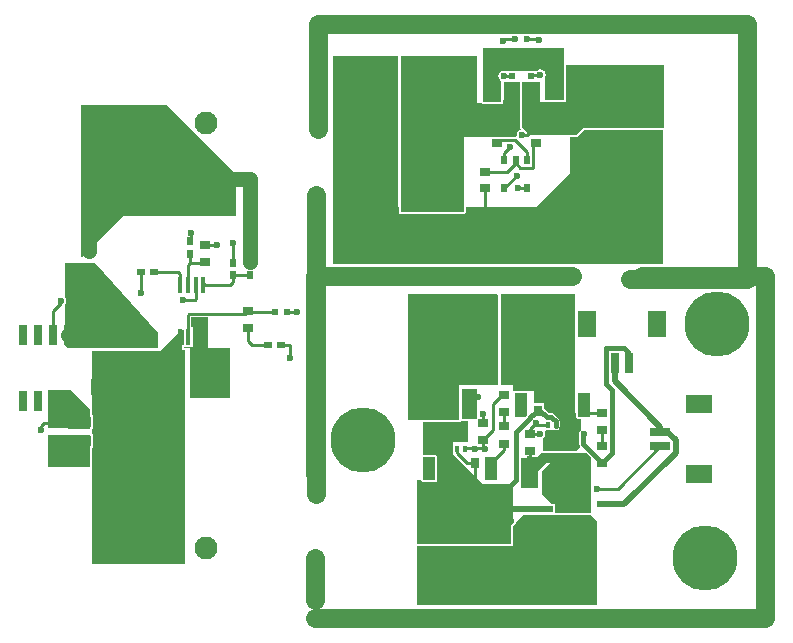
<source format=gtl>
G04*
G04 #@! TF.GenerationSoftware,Altium Limited,Altium Designer,18.1.9 (240)*
G04*
G04 Layer_Physical_Order=1*
G04 Layer_Color=255*
%FSLAX44Y44*%
%MOMM*%
G71*
G01*
G75*
%ADD10C,0.6000*%
%ADD11R,0.9000X1.2500*%
%ADD12R,0.9000X0.7500*%
%ADD13R,0.5500X0.5500*%
%ADD14R,0.9000X0.8000*%
%ADD15R,0.5500X0.8000*%
%ADD16C,0.2540*%
%ADD17R,5.5000X1.4300*%
%ADD18R,1.1000X1.7000*%
%ADD19R,0.5588X0.6604*%
%ADD20R,0.6604X0.5588*%
%ADD21R,0.4572X1.3589*%
%ADD22R,3.6000X0.9056*%
%ADD23R,0.6000X0.5000*%
%ADD24R,0.6500X1.7500*%
%ADD25R,0.4572X1.3716*%
%ADD26R,0.8000X0.9000*%
%ADD27C,1.2700*%
%ADD28R,0.5000X0.5600*%
%ADD29R,0.9000X0.7000*%
%ADD30R,0.7000X1.8000*%
%ADD31R,1.6000X2.2000*%
%ADD32R,1.8000X0.7000*%
%ADD33R,2.2000X1.6000*%
%ADD34R,0.9000X0.7000*%
%ADD35R,0.9000X0.8000*%
%ADD36R,0.3000X0.6000*%
%ADD37R,2.4000X1.6000*%
%ADD38R,1.6000X0.6000*%
%ADD39C,0.3810*%
%ADD40C,0.5080*%
%ADD41C,1.6000*%
%ADD42C,2.5400*%
%ADD43C,1.9500*%
%ADD44C,5.5000*%
G36*
X579120Y442340D02*
X562610D01*
Y461363D01*
X563061Y462039D01*
X563413Y463804D01*
X563061Y465569D01*
X562610Y466245D01*
Y467360D01*
X561621D01*
X560565Y468065D01*
X558800Y468417D01*
X557035Y468065D01*
X555979Y467360D01*
X528969D01*
X527970Y467559D01*
X526972Y467360D01*
X525780D01*
Y466924D01*
X524708Y466208D01*
X523708Y464711D01*
X523357Y462946D01*
X523708Y461181D01*
X524708Y459684D01*
X525780Y458968D01*
Y440690D01*
X510540D01*
Y486410D01*
X579120D01*
Y442340D01*
D02*
G37*
G36*
X663194Y419100D02*
X595376D01*
X589534Y413258D01*
X549656D01*
X543052Y419862D01*
X543052Y445672D01*
X543080D01*
Y456220D01*
X543052D01*
Y457843D01*
X558546D01*
Y441960D01*
X559816Y440690D01*
X580898D01*
Y472440D01*
X663194D01*
Y419100D01*
D02*
G37*
G36*
X505460Y440182D02*
X509101D01*
X509374Y439524D01*
X510540Y439040D01*
X525780D01*
X526946Y439524D01*
X527430Y440690D01*
Y442340D01*
X527970Y442880D01*
X527970Y457962D01*
X541323Y457962D01*
X541402Y457843D01*
Y456220D01*
X541430Y456152D01*
Y445740D01*
X541402Y445672D01*
X541402Y419862D01*
X541885Y418696D01*
X542323Y418259D01*
X541954Y417043D01*
X541795Y417011D01*
X540298Y416012D01*
X539299Y414515D01*
X538947Y412750D01*
X538954Y412716D01*
X537471Y411233D01*
X527994D01*
Y411274D01*
X515946D01*
Y410972D01*
X494030D01*
Y347472D01*
X440690D01*
Y480060D01*
X505460D01*
Y440182D01*
D02*
G37*
G36*
X300990Y379730D02*
Y344170D01*
X205255D01*
X170868Y309783D01*
X169695Y310269D01*
Y438150D01*
X242570D01*
X300990Y379730D01*
D02*
G37*
G36*
X438150Y351790D02*
X439040D01*
Y347472D01*
X439524Y346306D01*
X440690Y345822D01*
X494030D01*
X495196Y346306D01*
X495680Y347472D01*
Y351790D01*
X554990D01*
X584200Y381000D01*
Y411608D01*
X589534D01*
X590700Y412092D01*
X596059Y417450D01*
X662940D01*
Y304800D01*
X661745Y303605D01*
X383540D01*
Y480060D01*
X438150D01*
Y351790D01*
D02*
G37*
G36*
X234950Y245110D02*
Y232410D01*
X159191D01*
X156210Y235391D01*
Y268955D01*
X156266Y268992D01*
X157266Y270489D01*
X157617Y272254D01*
X157266Y274019D01*
X156266Y275516D01*
X156210Y275553D01*
Y304800D01*
X181610D01*
X234950Y245110D01*
D02*
G37*
G36*
X523248Y277232D02*
X523218Y201250D01*
X489600Y201250D01*
X489600Y171450D01*
X447040Y171450D01*
X447040Y278130D01*
X522350Y278130D01*
X523248Y277232D01*
D02*
G37*
G36*
X277902Y232410D02*
X295910D01*
X295910Y190500D01*
X262662Y190500D01*
X262662Y232410D01*
X257031D01*
Y233807D01*
X264492D01*
Y250571D01*
X263531D01*
Y258517D01*
X277902D01*
Y232410D01*
D02*
G37*
G36*
X547865Y194166D02*
X547865Y176086D01*
X546304Y174526D01*
X537705Y174526D01*
X537705Y194166D01*
X547865Y194166D01*
D02*
G37*
G36*
X600555D02*
X600555Y174526D01*
X590395Y174526D01*
X590395Y194166D01*
X600555Y194166D01*
D02*
G37*
G36*
X505460Y198130D02*
X505460Y172730D01*
X492140Y172730D01*
X492140Y198130D01*
X505460Y198130D01*
D02*
G37*
G36*
X497220Y152990D02*
X485140D01*
Y143250D01*
X510540Y117850D01*
X535940D01*
X535940Y84231D01*
X535794Y84012D01*
X535023Y83498D01*
X534930Y83357D01*
X534774Y83292D01*
X534590Y82848D01*
X534322Y82448D01*
X534355Y82282D01*
X534290Y82126D01*
Y78046D01*
X534395Y77793D01*
Y68252D01*
X534290Y67998D01*
Y66420D01*
X454660D01*
Y120650D01*
X458091D01*
X458574Y119484D01*
X459740Y119001D01*
X469900Y119000D01*
X471067Y119484D01*
X471550Y120650D01*
X471550Y140290D01*
X471067Y141456D01*
X469900Y141940D01*
Y142250D01*
X459740Y142250D01*
Y169800D01*
X489600Y169800D01*
X490763Y170282D01*
X490766Y170284D01*
X491866Y170766D01*
X491866Y170766D01*
X491866Y170766D01*
X497220D01*
Y152990D01*
D02*
G37*
G36*
X177800Y180640D02*
Y164744D01*
X176886Y163863D01*
X142240Y165100D01*
Y196850D01*
X161590D01*
X177800Y180640D01*
D02*
G37*
G36*
X588229Y177982D02*
X588745Y177465D01*
Y174526D01*
X589229Y173360D01*
X590395Y172876D01*
X593334Y172876D01*
X593610Y172600D01*
Y163421D01*
X592946Y162978D01*
X591946Y161481D01*
X591595Y159716D01*
X591825Y158557D01*
Y151496D01*
X592091Y150158D01*
X592781Y149125D01*
X588816Y145160D01*
X569083D01*
X568558Y145239D01*
X568494Y145223D01*
X568435Y145252D01*
X568031Y145119D01*
X567350Y145401D01*
X561340D01*
Y156179D01*
X561752Y156454D01*
X562752Y157951D01*
X563103Y159716D01*
X562752Y161481D01*
X562584Y161732D01*
X563263Y163002D01*
X568429D01*
X568429Y163002D01*
X568881D01*
Y163002D01*
X569699Y163002D01*
X574929D01*
Y165294D01*
X574985Y165378D01*
X575251Y166716D01*
Y170525D01*
X575251Y170525D01*
X574985Y171863D01*
X574929Y171947D01*
Y172050D01*
X574860D01*
X574227Y172997D01*
X574227Y172997D01*
X570798Y176427D01*
X569663Y177185D01*
X568325Y177451D01*
X565964D01*
X562379Y181036D01*
Y185630D01*
X553720D01*
Y196230D01*
X535940D01*
Y201250D01*
X525780Y201250D01*
X525780Y278130D01*
X588229Y278130D01*
Y177982D01*
D02*
G37*
G36*
X567350Y142779D02*
X568312Y143607D01*
X568960Y143510D01*
X598363D01*
X601980Y139893D01*
Y92710D01*
X571500D01*
X571500Y97790D01*
X571374Y97916D01*
Y100304D01*
X568986D01*
X560578Y108712D01*
Y128769D01*
X567350Y135542D01*
X564151D01*
X557004Y128395D01*
Y115044D01*
X556106Y114146D01*
X542265Y114146D01*
X542265Y139546D01*
X555455Y139546D01*
X559661Y143752D01*
X567350D01*
Y142779D01*
D02*
G37*
G36*
X177800Y148534D02*
X177420Y147618D01*
Y132080D01*
X142240D01*
Y158750D01*
X177800D01*
Y148534D01*
D02*
G37*
G36*
X522520Y140290D02*
X522520Y120650D01*
X512360Y120650D01*
X512360Y140290D01*
X522520Y140290D01*
D02*
G37*
G36*
X469900D02*
X469900Y120650D01*
X459740Y120650D01*
X459740Y140290D01*
X469900Y140290D01*
D02*
G37*
G36*
X256872Y247684D02*
Y235391D01*
X255864Y234973D01*
X255381Y233807D01*
Y232410D01*
X255864Y231244D01*
X257031Y230760D01*
X257810D01*
Y49530D01*
X179070D01*
Y147618D01*
X179798D01*
Y159722D01*
X179070D01*
Y163618D01*
X179798D01*
Y175722D01*
X179450D01*
Y180640D01*
X179070Y181556D01*
Y229870D01*
X237262D01*
X255602Y248210D01*
X256872Y247684D01*
D02*
G37*
G36*
X606500Y86380D02*
X606500Y64770D01*
X606500Y15315D01*
X454660D01*
Y64770D01*
X535940D01*
Y67998D01*
X536045D01*
Y78046D01*
X535940D01*
Y82126D01*
X536983Y82823D01*
X537983Y84319D01*
X538051Y84661D01*
X544290Y90900D01*
X601980Y90900D01*
X606500Y86380D01*
D02*
G37*
D10*
X547303Y494030D02*
D03*
X537651D02*
D03*
X554905Y169090D02*
D03*
X595475Y133350D02*
D03*
X570695Y181620D02*
D03*
X472440Y185430D02*
D03*
X488540Y133350D02*
D03*
X506409Y191090D02*
D03*
X503960Y147060D02*
D03*
X557717Y493014D02*
D03*
X527491Y492371D02*
D03*
X527970Y462946D02*
D03*
X558800Y463804D02*
D03*
X538784Y378460D02*
D03*
X539750Y368300D02*
D03*
X543560Y412750D02*
D03*
X533400Y402590D02*
D03*
X273050Y350520D02*
D03*
X283210D02*
D03*
X292100Y361950D02*
D03*
Y350520D02*
D03*
X283210Y361950D02*
D03*
X273050D02*
D03*
X262890Y330200D02*
D03*
X153005Y272254D02*
D03*
X256540Y273050D02*
D03*
X220980Y279400D02*
D03*
X136447Y163506D02*
D03*
X293370Y223520D02*
D03*
X168081Y139700D02*
D03*
X159191D02*
D03*
X150301D02*
D03*
X298450Y321310D02*
D03*
X285750Y223520D02*
D03*
Y213360D02*
D03*
X276860D02*
D03*
Y223520D02*
D03*
X353060Y262890D02*
D03*
X285130Y319420D02*
D03*
X347075Y223885D02*
D03*
X596207Y159716D02*
D03*
X558490D02*
D03*
X542785Y189086D02*
D03*
X464820Y125730D02*
D03*
X609600Y100330D02*
D03*
X533722Y86085D02*
D03*
X607060Y113030D02*
D03*
X501680Y181610D02*
D03*
X510540Y176530D02*
D03*
X545845Y130666D02*
D03*
X511840Y146800D02*
D03*
X549755Y138286D02*
D03*
X595475Y189086D02*
D03*
X517440Y125730D02*
D03*
D11*
X567856Y448696D02*
D03*
Y465196D02*
D03*
X518756Y448696D02*
D03*
Y465196D02*
D03*
D12*
X549556Y450946D02*
D03*
X537056D02*
D03*
D13*
X551306Y462946D02*
D03*
X535306D02*
D03*
D14*
X554990Y419750D02*
D03*
Y405750D02*
D03*
X511810Y367650D02*
D03*
Y381650D02*
D03*
X521970Y419750D02*
D03*
Y405750D02*
D03*
X311150Y249540D02*
D03*
Y263540D02*
D03*
X275362Y305420D02*
D03*
Y319420D02*
D03*
X528320Y178430D02*
D03*
Y192430D02*
D03*
X549755Y159716D02*
D03*
Y145716D02*
D03*
D15*
X537870Y392046D02*
D03*
X547370D02*
D03*
X528370D02*
D03*
Y368046D02*
D03*
X547370D02*
D03*
D16*
X568262Y427990D02*
X588010D01*
X550926Y445326D02*
X568262Y427990D01*
X604520Y444500D02*
X588010Y427990D01*
X556701Y494030D02*
X557717Y493014D01*
Y492371D01*
X547303Y494030D02*
X556701D01*
X529149D02*
X527491Y492371D01*
X529149Y494030D02*
X537651D01*
X547303D02*
X548319Y493014D01*
X549556Y451708D02*
X547878Y450030D01*
X550926Y449580D02*
Y445326D01*
X552450Y451104D02*
X550926Y449580D01*
X528066Y463042D02*
X527970Y462946D01*
X535306D01*
X552164Y463804D02*
X551306Y462946D01*
X552164Y463804D02*
X558800D01*
X537056Y450946D02*
X537070Y450932D01*
Y445630D01*
X547878Y450030D02*
Y426862D01*
X554990Y419750D01*
X539750Y368300D02*
X547624D01*
X521970Y430530D02*
Y419750D01*
X537070Y445630D02*
X521970Y430530D01*
X537766Y408384D02*
X547370Y398780D01*
X524604Y408384D02*
X537766D01*
X524604D02*
X521970Y405750D01*
X543560Y412750D02*
X547990D01*
X554990Y419750D02*
X547990Y412750D01*
X538784Y378460D02*
X528370Y368046D01*
X541898Y385252D02*
X551277D01*
X537870Y389280D02*
X541898Y385252D01*
X547624Y368300D02*
X547370Y368046D01*
X533400Y402590D02*
X528370Y397560D01*
Y392046D01*
X547370Y398780D02*
Y392046D01*
X552914Y406400D02*
Y385274D01*
X551299D02*
X551277Y385252D01*
X551299Y385274D02*
X552914D01*
X537870Y389280D02*
X530240Y381650D01*
X511810D02*
X530240D01*
X511810Y367650D02*
Y347980D01*
X262890Y323570D02*
Y330200D01*
X262662Y323342D02*
X262890Y323570D01*
X153005Y270495D02*
Y272254D01*
X146050Y263540D02*
X153005Y270495D01*
X266080Y273050D02*
X256540D01*
X220980Y279400D02*
X220752Y279628D01*
Y297180D01*
X136447Y163506D02*
Y166926D01*
X138430Y168910D01*
X159514D02*
X138430D01*
X159514D02*
X160274Y169670D01*
X328653Y234950D02*
X328653Y234950D01*
X328653Y234950D02*
X314960D01*
X339575D02*
X339575Y234950D01*
X347075Y234950D02*
X339575D01*
X252502Y297180D02*
X231674D01*
X262662Y304920D02*
X262662Y304920D01*
Y312420D01*
X285750Y206210D02*
Y213360D01*
X278930Y199390D02*
X285750Y206210D01*
X254182Y221903D02*
Y242189D01*
X253835Y199237D02*
Y222250D01*
X254455Y198617D02*
X253835Y199237D01*
X254455Y144193D02*
Y198617D01*
X313342Y293998D02*
X298450D01*
Y288290D02*
Y293998D01*
X296291Y286131D02*
X298450Y288290D01*
X296291Y286131D02*
X273682D01*
X298450Y304920D02*
X298450Y304920D01*
X168081Y139700D02*
Y145863D01*
X160274Y153670D01*
X150301Y139700D02*
Y143697D01*
X160274Y153670D01*
X159191Y139700D02*
X160274Y140783D01*
Y153670D01*
Y169670D02*
X158750Y171194D01*
Y187900D01*
X146050D01*
Y243900D02*
Y263540D01*
X267182Y274152D02*
Y286131D01*
X266080Y273050D02*
X267182Y274152D01*
X308976Y261366D02*
X311150Y263540D01*
X308976Y261366D02*
X261138D01*
X260682Y260910D02*
X261138Y261366D01*
X251075Y140814D02*
X254455Y144193D01*
X298450Y304920D02*
Y321310D01*
X276860Y216520D02*
Y223520D01*
X267835Y222250D02*
X269105Y223520D01*
X276860D02*
X269105D01*
X353060Y262890D02*
X344575D01*
X311150Y238760D02*
Y249540D01*
X314960Y234950D02*
X311150Y238760D01*
X311800Y262890D02*
X311150Y263540D01*
X334575Y262890D02*
X311800D01*
X285130Y319420D02*
X275362D01*
X347075Y223885D02*
Y234950D01*
X260682Y286131D02*
Y302940D01*
X262662Y304920D01*
X260682Y242189D02*
Y260910D01*
X254182Y295500D02*
X252502Y297180D01*
X254182Y286131D02*
Y295500D01*
X251075Y140814D02*
X230755D01*
X225675Y135733D02*
X230755Y140814D01*
X225675Y63500D02*
Y135733D01*
X274862Y304920D02*
X275362Y305420D01*
X274862Y304920D02*
X262662D01*
X273682Y286131D02*
X274571Y287020D01*
X273682Y242189D02*
X267182D01*
X267835Y222250D02*
X267182Y222903D01*
Y242189D01*
X254455Y221630D02*
X254182Y221903D01*
X488540Y143752D02*
Y148100D01*
X553341Y167526D02*
X565405D01*
X549755Y159716D02*
X558490D01*
X558800D01*
X594929Y180226D02*
X597173Y177982D01*
X611275D01*
X549755Y138286D02*
X550995Y139526D01*
X565405D01*
X553341Y167526D02*
X554905Y169090D01*
X549755Y163940D02*
X553341Y167526D01*
X549755Y159716D02*
Y163940D01*
X464820Y134590D02*
X465440Y135210D01*
X502920Y148100D02*
X510540D01*
X495040D02*
X502920D01*
X503960Y147060D01*
X464820Y125730D02*
Y134590D01*
X498800Y86085D02*
X533722D01*
X503440Y118630D02*
Y135210D01*
X624220Y113030D02*
X660420Y149230D01*
X607060Y113030D02*
X624220D01*
X518850Y184810D02*
X528320Y194280D01*
X528320Y146090D02*
Y150960D01*
X517440Y135210D02*
X528320Y146090D01*
X518850Y163410D02*
Y184810D01*
X510540Y155100D02*
X518850Y163410D01*
X510540Y169100D02*
Y176530D01*
X525780Y179690D02*
X525780Y179690D01*
X528320Y169090D02*
Y180280D01*
X611275Y149542D02*
Y162982D01*
X497082Y135210D02*
X503440D01*
X488540Y143752D02*
X497082Y135210D01*
X510540Y169100D02*
X510540Y169100D01*
Y148100D02*
X511840Y146800D01*
X510540Y148100D02*
Y155100D01*
X549755Y138286D02*
Y145716D01*
X517440Y125730D02*
Y135210D01*
D17*
X205740Y199390D02*
D03*
Y239790D02*
D03*
D18*
X251930Y199390D02*
D03*
X278930D02*
D03*
D19*
X298450Y293998D02*
D03*
Y304920D02*
D03*
X313342D02*
D03*
Y293998D02*
D03*
X262662Y323342D02*
D03*
Y312420D02*
D03*
D20*
X231674Y297180D02*
D03*
X220752D02*
D03*
X328653Y234950D02*
D03*
X339575D02*
D03*
D21*
X176530Y315023D02*
D03*
Y294576D02*
D03*
D22*
X160274Y169670D02*
D03*
Y153670D02*
D03*
D23*
X334575Y262890D02*
D03*
X344575D02*
D03*
D24*
X120650Y187900D02*
D03*
X133350D02*
D03*
X146050D02*
D03*
X158750D02*
D03*
X120650Y243900D02*
D03*
X133350D02*
D03*
X146050D02*
D03*
X158750D02*
D03*
D25*
X254182Y242189D02*
D03*
X260682D02*
D03*
X267182D02*
D03*
X273682D02*
D03*
Y286131D02*
D03*
X267182D02*
D03*
X260682D02*
D03*
X254182D02*
D03*
D26*
X253835Y222250D02*
D03*
X267835D02*
D03*
X566915Y121186D02*
D03*
X552915D02*
D03*
X478980Y134590D02*
D03*
X464980D02*
D03*
X503440Y135210D02*
D03*
X517440D02*
D03*
X580929Y180226D02*
D03*
X594929D02*
D03*
X556855Y179606D02*
D03*
X542855D02*
D03*
X483220Y191090D02*
D03*
X497220D02*
D03*
D27*
X242570Y422910D02*
X225675D01*
X242570Y422110D02*
Y422910D01*
X288760Y375920D02*
X242570Y422110D01*
X313342Y375920D02*
X288760D01*
X313342Y305174D02*
Y375920D01*
X225675Y399665D02*
Y409325D01*
Y422910D01*
X273050Y361950D02*
X225675Y409325D01*
X158750Y243900D02*
X167229Y252379D01*
Y273909D01*
X172720Y279400D01*
X176530Y350520D02*
X225675Y399665D01*
X176530Y315023D02*
Y350520D01*
X225675Y63500D02*
X212090D01*
X205740Y69850D01*
Y199390D01*
X162860Y239790D02*
X158750Y243900D01*
X205740Y239790D02*
X162860D01*
X176302Y279400D02*
X172720D01*
X176302Y294348D02*
X176530Y294576D01*
X176302Y279400D02*
Y294348D01*
D28*
X586850Y95980D02*
D03*
X580350D02*
D03*
X573850D02*
D03*
X567350D02*
D03*
Y66580D02*
D03*
X573850D02*
D03*
X580350D02*
D03*
X586850D02*
D03*
D29*
X530021Y92022D02*
D03*
Y73022D02*
D03*
X550275Y82572D02*
D03*
D30*
X634360Y219730D02*
D03*
X621860D02*
D03*
D31*
X657860Y252730D02*
D03*
X598360D02*
D03*
D32*
X660420Y149230D02*
D03*
Y161730D02*
D03*
D33*
X693420Y125730D02*
D03*
Y185230D02*
D03*
D34*
X528320Y151250D02*
D03*
Y166250D02*
D03*
X611275Y177982D02*
D03*
Y162982D02*
D03*
D35*
X611275Y149542D02*
D03*
Y135542D02*
D03*
X510540Y155100D02*
D03*
Y169100D02*
D03*
D36*
X565405Y139526D02*
D03*
Y167526D02*
D03*
X571905D02*
D03*
X578405D02*
D03*
X584905D02*
D03*
X494890Y175290D02*
D03*
Y147290D02*
D03*
X488390D02*
D03*
X481890D02*
D03*
X475390D02*
D03*
D37*
X575155Y153526D02*
D03*
X485140Y161290D02*
D03*
D38*
X578405Y139526D02*
D03*
X481890Y175290D02*
D03*
D39*
X571755Y166716D02*
Y170525D01*
X568325Y173955D02*
X571755Y170525D01*
X564516Y173955D02*
X568325D01*
X558865Y179606D02*
X564516Y173955D01*
X556855Y179606D02*
X558865D01*
X619760Y144027D02*
Y196643D01*
X611275Y135542D02*
X619760Y144027D01*
X633474Y220616D02*
X634360Y219730D01*
X595321Y158830D02*
X596207Y159716D01*
X595321Y151496D02*
X611275Y135542D01*
X595321Y151496D02*
Y158830D01*
X544394Y167145D02*
X548476Y171227D01*
X543835Y167145D02*
X544394D01*
X541826Y165136D02*
X543835Y167145D01*
X541826Y164577D02*
Y165136D01*
X538480Y161231D02*
X541826Y164577D01*
X552768Y175519D02*
X556855Y179606D01*
X552242Y175519D02*
X552768D01*
X548476Y171753D02*
X552242Y175519D01*
X548476Y171227D02*
Y171753D01*
X538480Y120650D02*
Y161231D01*
X629920Y232410D02*
X633474Y228856D01*
X614680Y232410D02*
X629920D01*
X614680Y201723D02*
Y232410D01*
X633474Y220616D02*
Y228856D01*
X614680Y201723D02*
X619760Y196643D01*
X533400Y115570D02*
X538480Y120650D01*
D40*
X660420Y161730D02*
Y165730D01*
X621860Y204290D02*
X660420Y165730D01*
X621860Y204290D02*
Y219730D01*
X666470Y161730D02*
X673484Y154716D01*
Y144047D02*
Y154716D01*
X629767Y100330D02*
X673484Y144047D01*
X530860Y95980D02*
X565405D01*
X609600Y100330D02*
X629767D01*
X660420Y161730D02*
X666470D01*
D41*
X585470Y293370D02*
X375920Y293370D01*
X370840Y506730D02*
Y440690D01*
Y506730D02*
X734060D01*
Y290830D01*
X635000Y290830D02*
X734060D01*
X370840Y417830D02*
Y457200D01*
X368810Y109220D02*
X368810Y361950D01*
X368050Y19072D02*
Y54610D01*
X645160Y293370D02*
X749300D01*
X370840D02*
X563880D01*
X368300Y125730D02*
Y293370D01*
X749300Y3810D02*
Y293370D01*
X368300Y3810D02*
X749300D01*
D42*
X604520Y444500D02*
D03*
Y402590D02*
D03*
X498800Y44175D02*
D03*
Y86085D02*
D03*
D43*
X466090Y365760D02*
D03*
X416090D02*
D03*
X465690Y457200D02*
D03*
X415690D02*
D03*
X225675Y63500D02*
D03*
X275675D02*
D03*
X225675Y422910D02*
D03*
X275675D02*
D03*
X545700Y249787D02*
D03*
X495700D02*
D03*
D44*
X408940Y155100D02*
D03*
X698500Y54610D02*
D03*
X708294Y252730D02*
D03*
M02*

</source>
